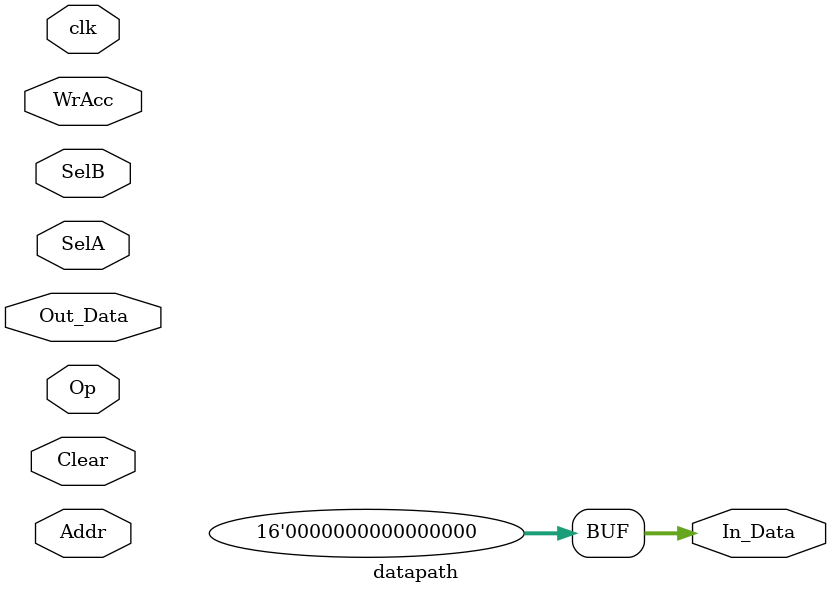
<source format=v>
`timescale 1ns / 1ps
module datapath(SelA, SelB, WrAcc, Op, Clear, clk, Out_Data, In_Data, Addr);
//--------------------------------Parametros------------------------------------//
parameter N=15;
//---------------------------Entradas y Salidas---------------------------------//
input [1:0] SelA;
input SelB;
input WrAcc;
input Op;
input Clear;
input clk;
input [N:0] Out_Data;
input [10:0] Addr;
output reg [15:0] In_Data = 16'b0;
//------------------------------- Conectores ----------------------------------//
wire [N:0] salida_signalextension;
wire [N:0] salida_ALU;
wire [N:0] salida_mux1;
wire [N:0] salida_mux2;
wire [N:0] salida_acc;
reg [5:0] operacion;
//-------------------------------Uso de modulos---------------------------------//
Signal_Extension signalextension (Addr, salida_signalextension);
Multiplexor_3in_1out mux1 (salida_ALU, salida_signalextension, Out_Data, SelA, salida_mux1);
Multiplexor_2in_1out mux2 (salida_signalextension, Out_Data, SelB, salida_mux2);
ACC acumulador (salida_mux1, clk, WrAcc, Clear, salida_acc);
ALU #(N) alu (salida_acc, salida_mux2, operacion, salida_ALU);

//Para saber opearcion de ALU, si es suma o resta
always @(Op)
begin
	if (Op == 1)
		operacion <= 'b100000;
	else
		operacion <= 'b100010;
end

endmodule

</source>
